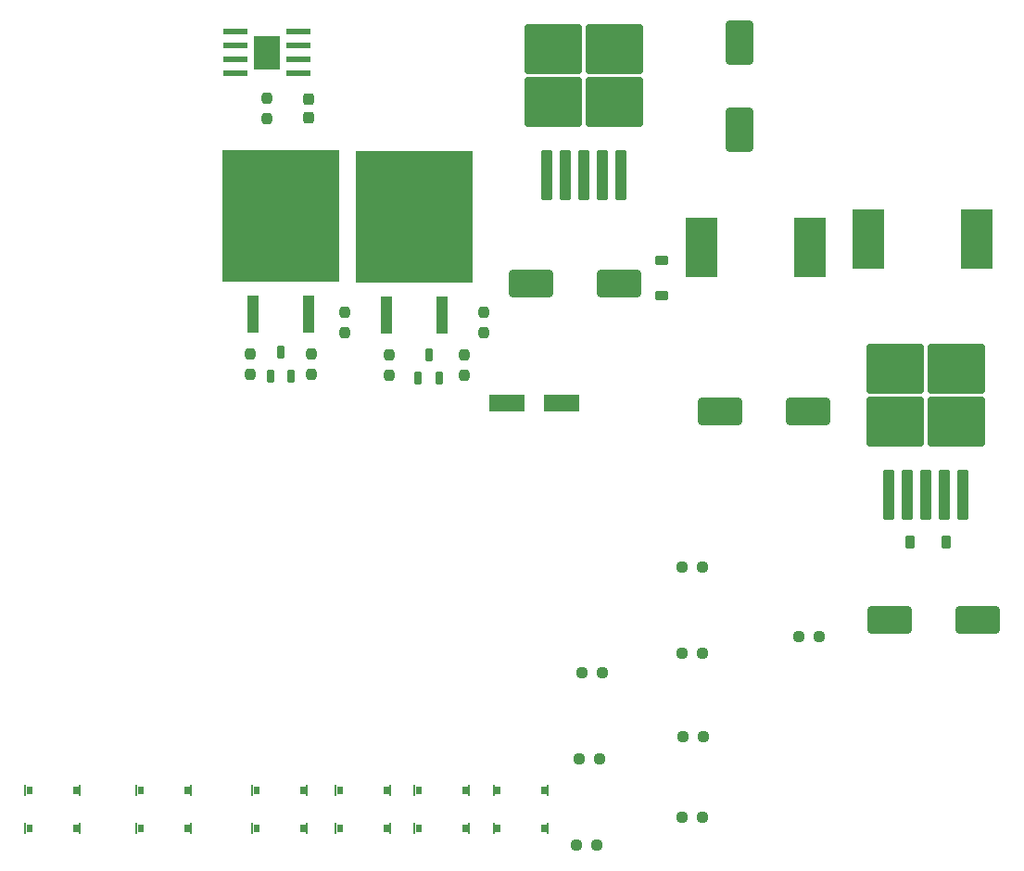
<source format=gbr>
%TF.GenerationSoftware,KiCad,Pcbnew,8.0.3*%
%TF.CreationDate,2024-08-26T23:53:33+05:30*%
%TF.ProjectId,Scout_Board,53636f75-745f-4426-9f61-72642e6b6963,rev?*%
%TF.SameCoordinates,Original*%
%TF.FileFunction,Paste,Top*%
%TF.FilePolarity,Positive*%
%FSLAX46Y46*%
G04 Gerber Fmt 4.6, Leading zero omitted, Abs format (unit mm)*
G04 Created by KiCad (PCBNEW 8.0.3) date 2024-08-26 23:53:33*
%MOMM*%
%LPD*%
G01*
G04 APERTURE LIST*
G04 Aperture macros list*
%AMRoundRect*
0 Rectangle with rounded corners*
0 $1 Rounding radius*
0 $2 $3 $4 $5 $6 $7 $8 $9 X,Y pos of 4 corners*
0 Add a 4 corners polygon primitive as box body*
4,1,4,$2,$3,$4,$5,$6,$7,$8,$9,$2,$3,0*
0 Add four circle primitives for the rounded corners*
1,1,$1+$1,$2,$3*
1,1,$1+$1,$4,$5*
1,1,$1+$1,$6,$7*
1,1,$1+$1,$8,$9*
0 Add four rect primitives between the rounded corners*
20,1,$1+$1,$2,$3,$4,$5,0*
20,1,$1+$1,$4,$5,$6,$7,0*
20,1,$1+$1,$6,$7,$8,$9,0*
20,1,$1+$1,$8,$9,$2,$3,0*%
G04 Aperture macros list end*
%ADD10R,1.041400X3.505200*%
%ADD11R,10.718800X12.014200*%
%ADD12RoundRect,0.250000X0.300000X-2.050000X0.300000X2.050000X-0.300000X2.050000X-0.300000X-2.050000X0*%
%ADD13RoundRect,0.250000X2.375000X-2.025000X2.375000X2.025000X-2.375000X2.025000X-2.375000X-2.025000X0*%
%ADD14RoundRect,0.237500X0.237500X-0.250000X0.237500X0.250000X-0.237500X0.250000X-0.237500X-0.250000X0*%
%ADD15RoundRect,0.237500X0.250000X0.237500X-0.250000X0.237500X-0.250000X-0.237500X0.250000X-0.237500X0*%
%ADD16RoundRect,0.237500X-0.237500X0.250000X-0.237500X-0.250000X0.237500X-0.250000X0.237500X0.250000X0*%
%ADD17RoundRect,0.225000X-0.375000X0.225000X-0.375000X-0.225000X0.375000X-0.225000X0.375000X0.225000X0*%
%ADD18RoundRect,0.075000X0.225000X-0.540000X0.225000X0.540000X-0.225000X0.540000X-0.225000X-0.540000X0*%
%ADD19R,3.200000X1.600000*%
%ADD20R,0.200000X1.100000*%
%ADD21R,0.500000X0.700000*%
%ADD22RoundRect,0.250000X-1.750000X-1.000000X1.750000X-1.000000X1.750000X1.000000X-1.750000X1.000000X0*%
%ADD23R,2.900000X5.400000*%
%ADD24RoundRect,0.250000X1.000000X-1.750000X1.000000X1.750000X-1.000000X1.750000X-1.000000X-1.750000X0*%
%ADD25R,2.400000X3.100000*%
%ADD26R,2.200000X0.500000*%
%ADD27RoundRect,0.225000X-0.225000X-0.375000X0.225000X-0.375000X0.225000X0.375000X-0.225000X0.375000X0*%
%ADD28RoundRect,0.237500X-0.237500X0.300000X-0.237500X-0.300000X0.237500X-0.300000X0.237500X0.300000X0*%
G04 APERTURE END LIST*
D10*
%TO.C,MOSFET1*%
X180340000Y-118224300D03*
D11*
X182880000Y-109220000D03*
D10*
X185420000Y-118224300D03*
%TD*%
D12*
%TO.C,U4*%
X226216000Y-134650000D03*
X227916000Y-134650000D03*
X229616000Y-134650000D03*
D13*
X226841000Y-127925000D03*
X232391000Y-127925000D03*
X226841000Y-123075000D03*
X232391000Y-123075000D03*
D12*
X231316000Y-134650000D03*
X233016000Y-134650000D03*
%TD*%
%TO.C,U3*%
X194974000Y-105440000D03*
X196674000Y-105440000D03*
X198374000Y-105440000D03*
D13*
X195599000Y-98715000D03*
X201149000Y-98715000D03*
X195599000Y-93865000D03*
X201149000Y-93865000D03*
D12*
X200074000Y-105440000D03*
X201774000Y-105440000D03*
%TD*%
D14*
%TO.C,R5*%
X189230000Y-119784500D03*
X189230000Y-117959500D03*
%TD*%
D15*
%TO.C,R7*%
X219860500Y-147574000D03*
X218035500Y-147574000D03*
%TD*%
D16*
%TO.C,R10*%
X173482000Y-121769500D03*
X173482000Y-123594500D03*
%TD*%
D15*
%TO.C,R14*%
X209192500Y-149098000D03*
X207367500Y-149098000D03*
%TD*%
D17*
%TO.C,D1*%
X205486000Y-113158000D03*
X205486000Y-116458000D03*
%TD*%
D15*
%TO.C,R2*%
X199540500Y-166624000D03*
X197715500Y-166624000D03*
%TD*%
D18*
%TO.C,Q1*%
X183266000Y-123952000D03*
X185166000Y-123952000D03*
X184216000Y-121832000D03*
%TD*%
D19*
%TO.C,C2*%
X191342000Y-126238000D03*
X196342000Y-126238000D03*
%TD*%
D20*
%TO.C,S2*%
X157545000Y-161600000D03*
D21*
X157895000Y-161600000D03*
X162145000Y-161600000D03*
D20*
X162495000Y-161600000D03*
X157545000Y-165100000D03*
D21*
X157895000Y-165100000D03*
X162145000Y-165100000D03*
D20*
X162495000Y-165100000D03*
%TD*%
%TO.C,S3*%
X168120000Y-161600000D03*
D21*
X168470000Y-161600000D03*
X172720000Y-161600000D03*
D20*
X173070000Y-161600000D03*
X168120000Y-165100000D03*
D21*
X168470000Y-165100000D03*
X172720000Y-165100000D03*
D20*
X173070000Y-165100000D03*
%TD*%
D15*
%TO.C,R13*%
X209296000Y-156718000D03*
X207471000Y-156718000D03*
%TD*%
D20*
%TO.C,S1*%
X147385000Y-161600000D03*
D21*
X147735000Y-161600000D03*
X151985000Y-161600000D03*
D20*
X152335000Y-161600000D03*
X147385000Y-165100000D03*
D21*
X147735000Y-165100000D03*
X151985000Y-165100000D03*
D20*
X152335000Y-165100000D03*
%TD*%
D18*
%TO.C,Q2*%
X169738000Y-123742000D03*
X171638000Y-123742000D03*
X170688000Y-121622000D03*
%TD*%
D15*
%TO.C,R3*%
X199794500Y-158750000D03*
X197969500Y-158750000D03*
%TD*%
D22*
%TO.C,C6*%
X210884000Y-127000000D03*
X218884000Y-127000000D03*
%TD*%
D14*
%TO.C,R6*%
X176530000Y-119784500D03*
X176530000Y-117959500D03*
%TD*%
D15*
%TO.C,R12*%
X209192500Y-164084000D03*
X207367500Y-164084000D03*
%TD*%
D22*
%TO.C,C3*%
X193612000Y-115316000D03*
X201612000Y-115316000D03*
%TD*%
D20*
%TO.C,S5*%
X182945000Y-161600000D03*
D21*
X183295000Y-161600000D03*
X187545000Y-161600000D03*
D20*
X187895000Y-161600000D03*
X182945000Y-165100000D03*
D21*
X183295000Y-165100000D03*
X187545000Y-165100000D03*
D20*
X187895000Y-165100000D03*
%TD*%
D23*
%TO.C,L1*%
X209172000Y-112014000D03*
X219072000Y-112014000D03*
%TD*%
D14*
%TO.C,R9*%
X187452000Y-123698000D03*
X187452000Y-121873000D03*
%TD*%
D22*
%TO.C,C5*%
X226378000Y-146050000D03*
X234378000Y-146050000D03*
%TD*%
D20*
%TO.C,S6*%
X190150000Y-161600000D03*
D21*
X190500000Y-161600000D03*
X194750000Y-161600000D03*
D20*
X195100000Y-161600000D03*
X190150000Y-165100000D03*
D21*
X190500000Y-165100000D03*
X194750000Y-165100000D03*
D20*
X195100000Y-165100000D03*
%TD*%
%TO.C,S4*%
X175740000Y-161600000D03*
D21*
X176090000Y-161600000D03*
X180340000Y-161600000D03*
D20*
X180690000Y-161600000D03*
X175740000Y-165100000D03*
D21*
X176090000Y-165100000D03*
X180340000Y-165100000D03*
D20*
X180690000Y-165100000D03*
%TD*%
D16*
%TO.C,R1*%
X169418000Y-98401500D03*
X169418000Y-100226500D03*
%TD*%
D24*
%TO.C,C4*%
X212598000Y-101282000D03*
X212598000Y-93282000D03*
%TD*%
D14*
%TO.C,R11*%
X167894000Y-123594500D03*
X167894000Y-121769500D03*
%TD*%
D25*
%TO.C,U1*%
X169418000Y-94234000D03*
D26*
X166543000Y-92329000D03*
X166543000Y-93599000D03*
X166543000Y-94869000D03*
X166543000Y-96139000D03*
X172293000Y-96139000D03*
X172293000Y-94869000D03*
X172293000Y-93599000D03*
X172293000Y-92329000D03*
%TD*%
D27*
%TO.C,D2*%
X228220000Y-138938000D03*
X231520000Y-138938000D03*
%TD*%
D28*
%TO.C,C1*%
X173228000Y-98451500D03*
X173228000Y-100176500D03*
%TD*%
D23*
%TO.C,L2*%
X224412000Y-111252000D03*
X234312000Y-111252000D03*
%TD*%
D15*
%TO.C,R4*%
X200048500Y-150876000D03*
X198223500Y-150876000D03*
%TD*%
D10*
%TO.C,MOSFET2*%
X168148000Y-118135400D03*
D11*
X170688000Y-109131100D03*
D10*
X173228000Y-118135400D03*
%TD*%
D15*
%TO.C,R15*%
X209192500Y-141224000D03*
X207367500Y-141224000D03*
%TD*%
D14*
%TO.C,R8*%
X180594000Y-123698000D03*
X180594000Y-121873000D03*
%TD*%
M02*

</source>
